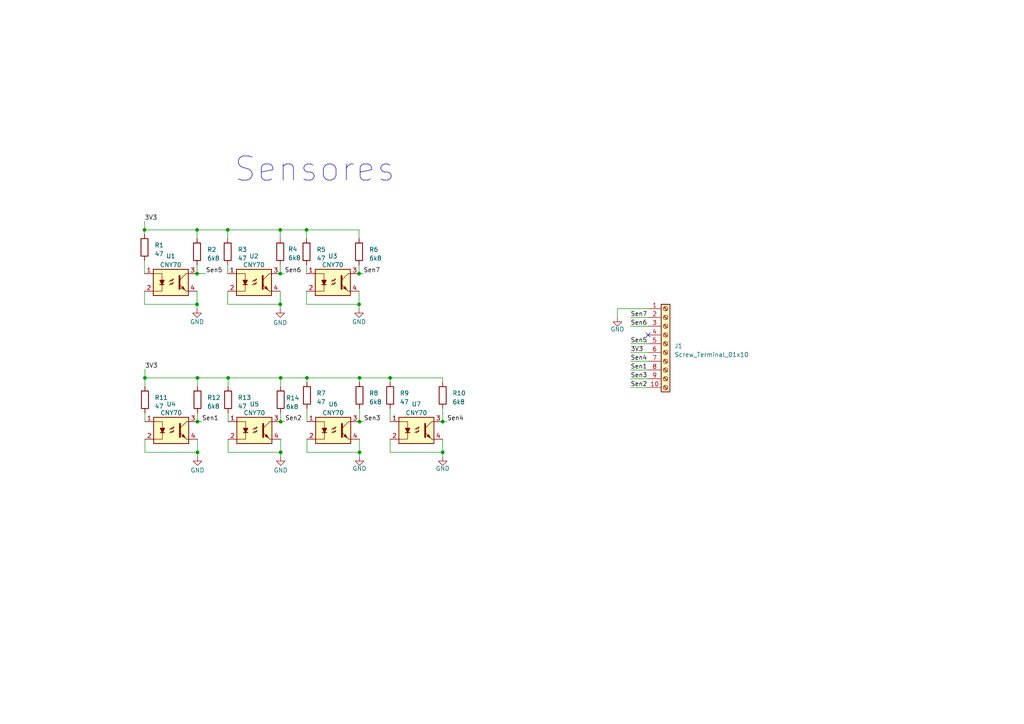
<source format=kicad_sch>
(kicad_sch (version 20230121) (generator eeschema)

  (uuid 9f08f3e6-06f8-4adb-b74f-177c4f40d602)

  (paper "A4")

  (lib_symbols
    (symbol "Connector:Screw_Terminal_01x10" (pin_names (offset 1.016) hide) (in_bom yes) (on_board yes)
      (property "Reference" "J" (at 0 12.7 0)
        (effects (font (size 1.27 1.27)))
      )
      (property "Value" "Screw_Terminal_01x10" (at 0 -15.24 0)
        (effects (font (size 1.27 1.27)))
      )
      (property "Footprint" "" (at 0 0 0)
        (effects (font (size 1.27 1.27)) hide)
      )
      (property "Datasheet" "~" (at 0 0 0)
        (effects (font (size 1.27 1.27)) hide)
      )
      (property "ki_keywords" "screw terminal" (at 0 0 0)
        (effects (font (size 1.27 1.27)) hide)
      )
      (property "ki_description" "Generic screw terminal, single row, 01x10, script generated (kicad-library-utils/schlib/autogen/connector/)" (at 0 0 0)
        (effects (font (size 1.27 1.27)) hide)
      )
      (property "ki_fp_filters" "TerminalBlock*:*" (at 0 0 0)
        (effects (font (size 1.27 1.27)) hide)
      )
      (symbol "Screw_Terminal_01x10_1_1"
        (rectangle (start -1.27 11.43) (end 1.27 -13.97)
          (stroke (width 0.254) (type default))
          (fill (type background))
        )
        (circle (center 0 -12.7) (radius 0.635)
          (stroke (width 0.1524) (type default))
          (fill (type none))
        )
        (circle (center 0 -10.16) (radius 0.635)
          (stroke (width 0.1524) (type default))
          (fill (type none))
        )
        (circle (center 0 -7.62) (radius 0.635)
          (stroke (width 0.1524) (type default))
          (fill (type none))
        )
        (circle (center 0 -5.08) (radius 0.635)
          (stroke (width 0.1524) (type default))
          (fill (type none))
        )
        (circle (center 0 -2.54) (radius 0.635)
          (stroke (width 0.1524) (type default))
          (fill (type none))
        )
        (polyline
          (pts
            (xy -0.5334 -12.3698)
            (xy 0.3302 -13.208)
          )
          (stroke (width 0.1524) (type default))
          (fill (type none))
        )
        (polyline
          (pts
            (xy -0.5334 -9.8298)
            (xy 0.3302 -10.668)
          )
          (stroke (width 0.1524) (type default))
          (fill (type none))
        )
        (polyline
          (pts
            (xy -0.5334 -7.2898)
            (xy 0.3302 -8.128)
          )
          (stroke (width 0.1524) (type default))
          (fill (type none))
        )
        (polyline
          (pts
            (xy -0.5334 -4.7498)
            (xy 0.3302 -5.588)
          )
          (stroke (width 0.1524) (type default))
          (fill (type none))
        )
        (polyline
          (pts
            (xy -0.5334 -2.2098)
            (xy 0.3302 -3.048)
          )
          (stroke (width 0.1524) (type default))
          (fill (type none))
        )
        (polyline
          (pts
            (xy -0.5334 0.3302)
            (xy 0.3302 -0.508)
          )
          (stroke (width 0.1524) (type default))
          (fill (type none))
        )
        (polyline
          (pts
            (xy -0.5334 2.8702)
            (xy 0.3302 2.032)
          )
          (stroke (width 0.1524) (type default))
          (fill (type none))
        )
        (polyline
          (pts
            (xy -0.5334 5.4102)
            (xy 0.3302 4.572)
          )
          (stroke (width 0.1524) (type default))
          (fill (type none))
        )
        (polyline
          (pts
            (xy -0.5334 7.9502)
            (xy 0.3302 7.112)
          )
          (stroke (width 0.1524) (type default))
          (fill (type none))
        )
        (polyline
          (pts
            (xy -0.5334 10.4902)
            (xy 0.3302 9.652)
          )
          (stroke (width 0.1524) (type default))
          (fill (type none))
        )
        (polyline
          (pts
            (xy -0.3556 -12.192)
            (xy 0.508 -13.0302)
          )
          (stroke (width 0.1524) (type default))
          (fill (type none))
        )
        (polyline
          (pts
            (xy -0.3556 -9.652)
            (xy 0.508 -10.4902)
          )
          (stroke (width 0.1524) (type default))
          (fill (type none))
        )
        (polyline
          (pts
            (xy -0.3556 -7.112)
            (xy 0.508 -7.9502)
          )
          (stroke (width 0.1524) (type default))
          (fill (type none))
        )
        (polyline
          (pts
            (xy -0.3556 -4.572)
            (xy 0.508 -5.4102)
          )
          (stroke (width 0.1524) (type default))
          (fill (type none))
        )
        (polyline
          (pts
            (xy -0.3556 -2.032)
            (xy 0.508 -2.8702)
          )
          (stroke (width 0.1524) (type default))
          (fill (type none))
        )
        (polyline
          (pts
            (xy -0.3556 0.508)
            (xy 0.508 -0.3302)
          )
          (stroke (width 0.1524) (type default))
          (fill (type none))
        )
        (polyline
          (pts
            (xy -0.3556 3.048)
            (xy 0.508 2.2098)
          )
          (stroke (width 0.1524) (type default))
          (fill (type none))
        )
        (polyline
          (pts
            (xy -0.3556 5.588)
            (xy 0.508 4.7498)
          )
          (stroke (width 0.1524) (type default))
          (fill (type none))
        )
        (polyline
          (pts
            (xy -0.3556 8.128)
            (xy 0.508 7.2898)
          )
          (stroke (width 0.1524) (type default))
          (fill (type none))
        )
        (polyline
          (pts
            (xy -0.3556 10.668)
            (xy 0.508 9.8298)
          )
          (stroke (width 0.1524) (type default))
          (fill (type none))
        )
        (circle (center 0 0) (radius 0.635)
          (stroke (width 0.1524) (type default))
          (fill (type none))
        )
        (circle (center 0 2.54) (radius 0.635)
          (stroke (width 0.1524) (type default))
          (fill (type none))
        )
        (circle (center 0 5.08) (radius 0.635)
          (stroke (width 0.1524) (type default))
          (fill (type none))
        )
        (circle (center 0 7.62) (radius 0.635)
          (stroke (width 0.1524) (type default))
          (fill (type none))
        )
        (circle (center 0 10.16) (radius 0.635)
          (stroke (width 0.1524) (type default))
          (fill (type none))
        )
        (pin passive line (at -5.08 10.16 0) (length 3.81)
          (name "Pin_1" (effects (font (size 1.27 1.27))))
          (number "1" (effects (font (size 1.27 1.27))))
        )
        (pin passive line (at -5.08 -12.7 0) (length 3.81)
          (name "Pin_10" (effects (font (size 1.27 1.27))))
          (number "10" (effects (font (size 1.27 1.27))))
        )
        (pin passive line (at -5.08 7.62 0) (length 3.81)
          (name "Pin_2" (effects (font (size 1.27 1.27))))
          (number "2" (effects (font (size 1.27 1.27))))
        )
        (pin passive line (at -5.08 5.08 0) (length 3.81)
          (name "Pin_3" (effects (font (size 1.27 1.27))))
          (number "3" (effects (font (size 1.27 1.27))))
        )
        (pin passive line (at -5.08 2.54 0) (length 3.81)
          (name "Pin_4" (effects (font (size 1.27 1.27))))
          (number "4" (effects (font (size 1.27 1.27))))
        )
        (pin passive line (at -5.08 0 0) (length 3.81)
          (name "Pin_5" (effects (font (size 1.27 1.27))))
          (number "5" (effects (font (size 1.27 1.27))))
        )
        (pin passive line (at -5.08 -2.54 0) (length 3.81)
          (name "Pin_6" (effects (font (size 1.27 1.27))))
          (number "6" (effects (font (size 1.27 1.27))))
        )
        (pin passive line (at -5.08 -5.08 0) (length 3.81)
          (name "Pin_7" (effects (font (size 1.27 1.27))))
          (number "7" (effects (font (size 1.27 1.27))))
        )
        (pin passive line (at -5.08 -7.62 0) (length 3.81)
          (name "Pin_8" (effects (font (size 1.27 1.27))))
          (number "8" (effects (font (size 1.27 1.27))))
        )
        (pin passive line (at -5.08 -10.16 0) (length 3.81)
          (name "Pin_9" (effects (font (size 1.27 1.27))))
          (number "9" (effects (font (size 1.27 1.27))))
        )
      )
    )
    (symbol "Device:R" (pin_numbers hide) (pin_names (offset 0)) (in_bom yes) (on_board yes)
      (property "Reference" "R" (at 2.032 0 90)
        (effects (font (size 1.27 1.27)))
      )
      (property "Value" "R" (at 0 0 90)
        (effects (font (size 1.27 1.27)))
      )
      (property "Footprint" "" (at -1.778 0 90)
        (effects (font (size 1.27 1.27)) hide)
      )
      (property "Datasheet" "~" (at 0 0 0)
        (effects (font (size 1.27 1.27)) hide)
      )
      (property "ki_keywords" "R res resistor" (at 0 0 0)
        (effects (font (size 1.27 1.27)) hide)
      )
      (property "ki_description" "Resistor" (at 0 0 0)
        (effects (font (size 1.27 1.27)) hide)
      )
      (property "ki_fp_filters" "R_*" (at 0 0 0)
        (effects (font (size 1.27 1.27)) hide)
      )
      (symbol "R_0_1"
        (rectangle (start -1.016 -2.54) (end 1.016 2.54)
          (stroke (width 0.254) (type default))
          (fill (type none))
        )
      )
      (symbol "R_1_1"
        (pin passive line (at 0 3.81 270) (length 1.27)
          (name "~" (effects (font (size 1.27 1.27))))
          (number "1" (effects (font (size 1.27 1.27))))
        )
        (pin passive line (at 0 -3.81 90) (length 1.27)
          (name "~" (effects (font (size 1.27 1.27))))
          (number "2" (effects (font (size 1.27 1.27))))
        )
      )
    )
    (symbol "EESTN5:CNY70" (pin_names (offset 1.016)) (in_bom yes) (on_board yes)
      (property "Reference" "U" (at -5.08 5.08 0)
        (effects (font (size 1.27 1.27)) (justify left))
      )
      (property "Value" "CNY70" (at 0 5.08 0)
        (effects (font (size 1.27 1.27)) (justify left))
      )
      (property "Footprint" "CNY70" (at -5.08 -5.08 0)
        (effects (font (size 1.27 1.27) italic) (justify left))
      )
      (property "Datasheet" "http://www.vishay.com/docs/83751/cny70.pdf" (at 0 0 0)
        (effects (font (size 1.27 1.27)) (justify left))
      )
      (property "ki_description" "DIP4, Refective Sensor" (at 0 0 0)
        (effects (font (size 1.27 1.27)) hide)
      )
      (property "ki_fp_filters" "CNY*" (at 0 0 0)
        (effects (font (size 1.27 1.27)) hide)
      )
      (symbol "CNY70_0_1"
        (rectangle (start -5.08 3.81) (end 5.08 -3.81)
          (stroke (width 0.254) (type solid))
          (fill (type background))
        )
        (polyline
          (pts
            (xy -3.175 -0.635)
            (xy -1.905 -0.635)
          )
          (stroke (width 0.254) (type solid))
          (fill (type none))
        )
        (polyline
          (pts
            (xy 2.54 0.635)
            (xy 4.445 2.54)
          )
          (stroke (width 0) (type solid))
          (fill (type none))
        )
        (polyline
          (pts
            (xy 4.445 -2.54)
            (xy 2.54 -0.635)
          )
          (stroke (width 0) (type solid))
          (fill (type outline))
        )
        (polyline
          (pts
            (xy 4.445 -2.54)
            (xy 5.08 -2.54)
          )
          (stroke (width 0) (type solid))
          (fill (type none))
        )
        (polyline
          (pts
            (xy 4.445 2.54)
            (xy 5.08 2.54)
          )
          (stroke (width 0) (type solid))
          (fill (type none))
        )
        (polyline
          (pts
            (xy -5.08 2.54)
            (xy -2.54 2.54)
            (xy -2.54 0.635)
          )
          (stroke (width 0) (type solid))
          (fill (type none))
        )
        (polyline
          (pts
            (xy -2.54 -0.635)
            (xy -2.54 -2.54)
            (xy -5.08 -2.54)
          )
          (stroke (width 0) (type solid))
          (fill (type none))
        )
        (polyline
          (pts
            (xy 2.54 1.905)
            (xy 2.54 -1.905)
            (xy 2.54 -1.905)
          )
          (stroke (width 0.508) (type solid))
          (fill (type none))
        )
        (polyline
          (pts
            (xy -2.54 -0.635)
            (xy -3.175 0.635)
            (xy -1.905 0.635)
            (xy -2.54 -0.635)
          )
          (stroke (width 0.254) (type solid))
          (fill (type outline))
        )
        (polyline
          (pts
            (xy -0.508 0.254)
            (xy 0.0254 0.762)
            (xy 0.0254 0.254)
            (xy 0.7874 1.016)
          )
          (stroke (width 0) (type solid))
          (fill (type none))
        )
        (polyline
          (pts
            (xy 0.7874 1.016)
            (xy 0.2794 0.762)
            (xy 0.5334 0.508)
            (xy 0.7874 1.016)
          )
          (stroke (width 0) (type solid))
          (fill (type none))
        )
        (polyline
          (pts
            (xy 3.048 -1.651)
            (xy 3.556 -1.143)
            (xy 4.064 -2.159)
            (xy 3.048 -1.651)
            (xy 3.048 -1.651)
          )
          (stroke (width 0) (type solid))
          (fill (type outline))
        )
        (polyline
          (pts
            (xy -0.508 -0.762)
            (xy 0.0254 -0.254)
            (xy 0.0254 -0.762)
            (xy 0.7874 0)
            (xy 0.2794 -0.254)
            (xy 0.5334 -0.508)
            (xy 0.7874 0)
          )
          (stroke (width 0) (type solid))
          (fill (type none))
        )
      )
      (symbol "CNY70_1_1"
        (pin passive line (at -7.62 2.54 0) (length 2.54)
          (name "~" (effects (font (size 1.27 1.27))))
          (number "1" (effects (font (size 1.27 1.27))))
        )
        (pin passive line (at -7.62 -2.54 0) (length 2.54)
          (name "~" (effects (font (size 1.27 1.27))))
          (number "2" (effects (font (size 1.27 1.27))))
        )
        (pin passive line (at 7.62 2.54 180) (length 2.54)
          (name "~" (effects (font (size 1.27 1.27))))
          (number "3" (effects (font (size 1.27 1.27))))
        )
        (pin passive line (at 7.62 -2.54 180) (length 2.54)
          (name "~" (effects (font (size 1.27 1.27))))
          (number "4" (effects (font (size 1.27 1.27))))
        )
      )
    )
    (symbol "GND_1" (power) (pin_names (offset 0)) (in_bom yes) (on_board yes)
      (property "Reference" "#PWR" (at 0 -6.35 0)
        (effects (font (size 1.27 1.27)) hide)
      )
      (property "Value" "GND_1" (at 0 -3.81 0)
        (effects (font (size 1.27 1.27)))
      )
      (property "Footprint" "" (at 0 0 0)
        (effects (font (size 1.27 1.27)) hide)
      )
      (property "Datasheet" "" (at 0 0 0)
        (effects (font (size 1.27 1.27)) hide)
      )
      (property "ki_keywords" "global power" (at 0 0 0)
        (effects (font (size 1.27 1.27)) hide)
      )
      (property "ki_description" "Power symbol creates a global label with name \"GND\" , ground" (at 0 0 0)
        (effects (font (size 1.27 1.27)) hide)
      )
      (symbol "GND_1_0_1"
        (polyline
          (pts
            (xy 0 0)
            (xy 0 -1.27)
            (xy 1.27 -1.27)
            (xy 0 -2.54)
            (xy -1.27 -1.27)
            (xy 0 -1.27)
          )
          (stroke (width 0) (type default))
          (fill (type none))
        )
      )
      (symbol "GND_1_1_1"
        (pin power_in line (at 0 0 270) (length 0) hide
          (name "GND" (effects (font (size 1.27 1.27))))
          (number "1" (effects (font (size 1.27 1.27))))
        )
      )
    )
  )

  (junction (at 81.407 109.601) (diameter 0) (color 0 0 0 0)
    (uuid 0a9d9d84-5b50-451c-9968-3558667f2079)
  )
  (junction (at 104.14 79.375) (diameter 0) (color 0 0 0 0)
    (uuid 0b9665c9-865a-4043-9fa9-938a6b6dcbcd)
  )
  (junction (at 104.267 109.601) (diameter 0) (color 0 0 0 0)
    (uuid 0b97cd94-b4e3-436a-a3fa-8b51a31210a6)
  )
  (junction (at 57.15 79.375) (diameter 0) (color 0 0 0 0)
    (uuid 0eb88876-5916-4721-8211-eaf36201900a)
  )
  (junction (at 81.28 79.375) (diameter 0) (color 0 0 0 0)
    (uuid 1325dcaa-10d6-4e68-b892-9d2e19a3e030)
  )
  (junction (at 113.157 109.601) (diameter 0) (color 0 0 0 0)
    (uuid 2291d2e5-4e64-4ffc-860d-5b194e2cb1fe)
  )
  (junction (at 57.15 88.265) (diameter 0) (color 0 0 0 0)
    (uuid 2e035d48-5173-4426-9455-0a33a192166f)
  )
  (junction (at 89.027 109.601) (diameter 0) (color 0 0 0 0)
    (uuid 33b2e12e-44eb-4ff6-b966-22bf7514686d)
  )
  (junction (at 81.407 122.301) (diameter 0) (color 0 0 0 0)
    (uuid 44678929-cd91-4394-a357-c88033b72de4)
  )
  (junction (at 128.397 131.191) (diameter 0) (color 0 0 0 0)
    (uuid 459b6dd4-581f-4fe5-8efb-0090e66ad54e)
  )
  (junction (at 66.167 109.601) (diameter 0) (color 0 0 0 0)
    (uuid 5423a8c5-f1b8-4b0a-87ce-03fa9cfce712)
  )
  (junction (at 81.407 131.191) (diameter 0) (color 0 0 0 0)
    (uuid 5478c668-22a3-4aa4-9c7f-b36781fd4fd4)
  )
  (junction (at 104.267 122.301) (diameter 0) (color 0 0 0 0)
    (uuid 62482192-68e4-446d-b9b6-dde38eed52ab)
  )
  (junction (at 66.04 66.675) (diameter 0) (color 0 0 0 0)
    (uuid 727c0fd4-59b2-4ea0-9f4d-703da689e3bc)
  )
  (junction (at 41.91 66.675) (diameter 0) (color 0 0 0 0)
    (uuid 7b22dfde-6b5e-4a88-92d9-7862271bc796)
  )
  (junction (at 104.14 88.265) (diameter 0) (color 0 0 0 0)
    (uuid 8d53a15d-6466-4561-993c-25cf538a34af)
  )
  (junction (at 81.28 88.265) (diameter 0) (color 0 0 0 0)
    (uuid 9071d8ff-b405-44f6-a222-48f35e4cdfbf)
  )
  (junction (at 128.397 122.301) (diameter 0) (color 0 0 0 0)
    (uuid a7443e0c-6827-47e6-93fe-f130dafbcafe)
  )
  (junction (at 81.28 66.675) (diameter 0) (color 0 0 0 0)
    (uuid a921c8db-0eed-47cf-bc1c-76370c4a0d77)
  )
  (junction (at 42.037 109.601) (diameter 0) (color 0 0 0 0)
    (uuid ac7a82aa-0bb6-4397-85bd-5c73bbe16d0f)
  )
  (junction (at 57.277 131.191) (diameter 0) (color 0 0 0 0)
    (uuid b5a79e4f-7c00-497e-b7ba-9b9bb4ba3080)
  )
  (junction (at 57.277 109.601) (diameter 0) (color 0 0 0 0)
    (uuid b763c551-a70b-4ccb-a77c-43827ebaa6a7)
  )
  (junction (at 57.277 122.301) (diameter 0) (color 0 0 0 0)
    (uuid bb9c87db-81b5-404e-9183-4cdddf38c159)
  )
  (junction (at 88.9 66.675) (diameter 0) (color 0 0 0 0)
    (uuid cc15aa0b-f44a-4ed9-9dd9-5353bbcb1fd7)
  )
  (junction (at 104.267 131.191) (diameter 0) (color 0 0 0 0)
    (uuid dee99321-c935-4ab8-93f5-d1bbd7e5a399)
  )
  (junction (at 57.15 66.675) (diameter 0) (color 0 0 0 0)
    (uuid ee4a57e3-6476-40d7-a88d-b3c97719ad39)
  )

  (no_connect (at 187.96 97.155) (uuid 25ed97e4-cd5a-4a3d-81a0-dde4bff80423))

  (wire (pts (xy 88.9 66.675) (xy 104.14 66.675))
    (stroke (width 0) (type default))
    (uuid 06acdc12-e31b-41f7-80f2-b9502fb32ba2)
  )
  (wire (pts (xy 89.027 109.601) (xy 89.027 110.871))
    (stroke (width 0) (type default))
    (uuid 0a13c8a4-9205-4411-822e-94dc4ea9035b)
  )
  (wire (pts (xy 81.28 66.675) (xy 88.9 66.675))
    (stroke (width 0) (type default))
    (uuid 0f3f86e0-1430-409c-86c8-3acb3dbf7505)
  )
  (wire (pts (xy 57.15 66.675) (xy 66.04 66.675))
    (stroke (width 0) (type default))
    (uuid 121d276d-686d-4bce-9451-ff16b280c948)
  )
  (wire (pts (xy 42.037 131.191) (xy 57.277 131.191))
    (stroke (width 0) (type default))
    (uuid 1552d608-7815-4357-82e2-c7adca4a8df0)
  )
  (wire (pts (xy 182.88 92.075) (xy 187.96 92.075))
    (stroke (width 0) (type default))
    (uuid 15bec5da-7152-44ab-a6b6-293e1c09aac7)
  )
  (wire (pts (xy 57.277 131.191) (xy 57.277 132.461))
    (stroke (width 0) (type default))
    (uuid 19de5f68-7305-4d6a-8ddc-1a418f463c79)
  )
  (wire (pts (xy 113.157 109.601) (xy 128.397 109.601))
    (stroke (width 0) (type default))
    (uuid 1e222a05-cc64-4666-9863-e8d9c6fc1be7)
  )
  (wire (pts (xy 66.167 119.761) (xy 66.167 122.301))
    (stroke (width 0) (type default))
    (uuid 2004dd55-aae1-476d-a15d-4645f4c3c1bd)
  )
  (wire (pts (xy 104.267 131.191) (xy 104.267 132.461))
    (stroke (width 0) (type default))
    (uuid 252448a0-1b2b-4dc0-a4a4-de207e0e083a)
  )
  (wire (pts (xy 89.027 131.191) (xy 104.267 131.191))
    (stroke (width 0) (type default))
    (uuid 27f28c27-7a6c-415e-a053-043ca357b2fa)
  )
  (wire (pts (xy 179.07 89.535) (xy 187.96 89.535))
    (stroke (width 0) (type default))
    (uuid 2c19b668-659a-4c26-b8b6-6271dbaaf7f3)
  )
  (wire (pts (xy 104.14 79.375) (xy 105.41 79.375))
    (stroke (width 0) (type default))
    (uuid 2ca5f276-41dc-4ba5-ac66-4a1662bc2bd8)
  )
  (wire (pts (xy 57.277 112.141) (xy 57.277 109.601))
    (stroke (width 0) (type default))
    (uuid 35b1c6cc-2d2f-44cf-aa11-25baf9d626d0)
  )
  (wire (pts (xy 128.397 122.301) (xy 129.667 122.301))
    (stroke (width 0) (type default))
    (uuid 397d68f2-31c2-4aad-b834-02dd862ae424)
  )
  (wire (pts (xy 182.88 104.775) (xy 187.96 104.775))
    (stroke (width 0) (type default))
    (uuid 3ad99e7d-90b4-4ad8-be04-8c5e1c4536c4)
  )
  (wire (pts (xy 42.037 109.601) (xy 42.037 112.141))
    (stroke (width 0) (type default))
    (uuid 3fa26144-acbb-4c8a-9cd0-e5d42830e978)
  )
  (wire (pts (xy 81.28 76.835) (xy 81.28 79.375))
    (stroke (width 0) (type default))
    (uuid 40af7ee1-13d3-4443-8af6-8cc0f653ad42)
  )
  (wire (pts (xy 128.397 110.871) (xy 128.397 109.601))
    (stroke (width 0) (type default))
    (uuid 475f2a04-1991-45e1-a84e-e86f334af3c5)
  )
  (wire (pts (xy 182.88 102.235) (xy 187.96 102.235))
    (stroke (width 0) (type default))
    (uuid 4bc1e140-b907-4166-941d-95fb528ee940)
  )
  (wire (pts (xy 104.14 88.265) (xy 104.14 89.535))
    (stroke (width 0) (type default))
    (uuid 4eea66c3-3038-4600-b5ae-7daa80489c92)
  )
  (wire (pts (xy 57.15 79.375) (xy 59.69 79.375))
    (stroke (width 0) (type default))
    (uuid 50e141ce-e92a-42dc-9d73-cfa824d1f80c)
  )
  (wire (pts (xy 41.91 64.135) (xy 41.91 66.675))
    (stroke (width 0) (type default))
    (uuid 511bd5d7-56e1-446e-96a4-97605387a090)
  )
  (wire (pts (xy 89.027 118.491) (xy 89.027 122.301))
    (stroke (width 0) (type default))
    (uuid 542acb12-3ee1-476b-b4ed-95e942018d03)
  )
  (wire (pts (xy 66.167 127.381) (xy 66.167 131.191))
    (stroke (width 0) (type default))
    (uuid 558e33db-0da7-4d5a-bcbe-af615fd06931)
  )
  (wire (pts (xy 182.88 99.695) (xy 187.96 99.695))
    (stroke (width 0) (type default))
    (uuid 5a4878e9-ec07-4a5e-aea7-d0c30c4e3b4a)
  )
  (wire (pts (xy 81.407 119.761) (xy 81.407 122.301))
    (stroke (width 0) (type default))
    (uuid 5c4ad83e-4892-4e3e-9034-d5ef99c13ad0)
  )
  (wire (pts (xy 41.91 67.945) (xy 41.91 66.675))
    (stroke (width 0) (type default))
    (uuid 5fe41a21-faa2-4d5b-8005-3228dbf8ae6e)
  )
  (wire (pts (xy 42.037 107.061) (xy 42.037 109.601))
    (stroke (width 0) (type default))
    (uuid 637ea701-6499-44f1-be1b-da49e725ed65)
  )
  (wire (pts (xy 41.91 84.455) (xy 41.91 88.265))
    (stroke (width 0) (type default))
    (uuid 649f9d46-ee4c-4c05-a213-3f6d6a64b953)
  )
  (wire (pts (xy 81.407 109.601) (xy 89.027 109.601))
    (stroke (width 0) (type default))
    (uuid 64efa1db-2492-492b-ada4-3ccfc8e21723)
  )
  (wire (pts (xy 81.407 112.141) (xy 81.407 109.601))
    (stroke (width 0) (type default))
    (uuid 6b451988-7eff-481c-9e0f-7420c222429a)
  )
  (wire (pts (xy 182.88 94.615) (xy 187.96 94.615))
    (stroke (width 0) (type default))
    (uuid 71d8ffc1-6f85-4696-9d1c-a5d9456eee4c)
  )
  (wire (pts (xy 66.04 66.675) (xy 81.28 66.675))
    (stroke (width 0) (type default))
    (uuid 72061981-dc7a-4c13-a59d-ec6aec89a091)
  )
  (wire (pts (xy 104.14 69.215) (xy 104.14 66.675))
    (stroke (width 0) (type default))
    (uuid 7223b6fe-e6d1-4842-a554-bcd6918b0a4b)
  )
  (wire (pts (xy 182.88 107.315) (xy 187.96 107.315))
    (stroke (width 0) (type default))
    (uuid 76b76827-3f96-4cdb-8452-c25c19ea6fb0)
  )
  (wire (pts (xy 81.407 131.191) (xy 81.407 132.461))
    (stroke (width 0) (type default))
    (uuid 797ab1f8-918d-4e46-884f-b3292252a5d7)
  )
  (wire (pts (xy 57.277 127.381) (xy 57.277 131.191))
    (stroke (width 0) (type default))
    (uuid 7a6198a2-1c87-43ea-baf7-0ec5b90e1b9e)
  )
  (wire (pts (xy 57.277 119.761) (xy 57.277 122.301))
    (stroke (width 0) (type default))
    (uuid 80179336-903f-4bcf-a8c4-646bd2245008)
  )
  (wire (pts (xy 66.167 131.191) (xy 81.407 131.191))
    (stroke (width 0) (type default))
    (uuid 80568de1-4193-46b1-be2d-dafe1128d0aa)
  )
  (wire (pts (xy 104.267 110.871) (xy 104.267 109.601))
    (stroke (width 0) (type default))
    (uuid 83fb7846-dc1b-4421-94f2-236e27396f14)
  )
  (wire (pts (xy 104.267 118.491) (xy 104.267 122.301))
    (stroke (width 0) (type default))
    (uuid 8d040283-f9a2-4e5f-b498-2bcd51855f60)
  )
  (wire (pts (xy 66.167 109.601) (xy 81.407 109.601))
    (stroke (width 0) (type default))
    (uuid 93dd1f1f-ed3d-4e83-b392-8cf79e90f65f)
  )
  (wire (pts (xy 81.28 84.455) (xy 81.28 88.265))
    (stroke (width 0) (type default))
    (uuid 95853079-5b5c-469a-b831-6f4b549f7138)
  )
  (wire (pts (xy 88.9 88.265) (xy 104.14 88.265))
    (stroke (width 0) (type default))
    (uuid 97bb1a80-78cd-4d50-be6b-1104c09e387b)
  )
  (wire (pts (xy 41.91 75.565) (xy 41.91 79.375))
    (stroke (width 0) (type default))
    (uuid 9d17f8d2-492b-4aaf-8d9f-31d211667dcc)
  )
  (wire (pts (xy 104.14 76.835) (xy 104.14 79.375))
    (stroke (width 0) (type default))
    (uuid 9db6397f-a555-47ba-93fe-af6afc10439b)
  )
  (wire (pts (xy 81.28 69.215) (xy 81.28 66.675))
    (stroke (width 0) (type default))
    (uuid 9dce18f8-042f-47e7-b86d-66970d2f3720)
  )
  (wire (pts (xy 128.397 127.381) (xy 128.397 131.191))
    (stroke (width 0) (type default))
    (uuid 9ebb12e9-7c11-47bd-95ef-a5f93ee4e812)
  )
  (wire (pts (xy 88.9 66.675) (xy 88.9 69.215))
    (stroke (width 0) (type default))
    (uuid a3528ad6-d17f-4dc5-ad6a-1d519b32b15c)
  )
  (wire (pts (xy 113.157 131.191) (xy 128.397 131.191))
    (stroke (width 0) (type default))
    (uuid a3800954-b9bc-4ce8-893b-76e172a71f27)
  )
  (wire (pts (xy 41.91 66.675) (xy 57.15 66.675))
    (stroke (width 0) (type default))
    (uuid abef10be-3962-4aba-91b7-8fc859455707)
  )
  (wire (pts (xy 57.277 122.301) (xy 58.547 122.301))
    (stroke (width 0) (type default))
    (uuid ac4bebb5-f65d-4a18-ae68-0ed52f983ee8)
  )
  (wire (pts (xy 128.397 118.491) (xy 128.397 122.301))
    (stroke (width 0) (type default))
    (uuid b03bacdb-4d4d-431d-b443-d1b7ca25181d)
  )
  (wire (pts (xy 182.88 112.395) (xy 187.96 112.395))
    (stroke (width 0) (type default))
    (uuid b0e6fc1f-269e-4757-ac20-eaa6bf22f6f2)
  )
  (wire (pts (xy 104.267 109.601) (xy 113.157 109.601))
    (stroke (width 0) (type default))
    (uuid b203ead5-a490-4fc9-9f01-201f6ba84c3b)
  )
  (wire (pts (xy 81.28 88.265) (xy 81.28 89.535))
    (stroke (width 0) (type default))
    (uuid b44843cf-2249-4e95-8553-4980f068cefd)
  )
  (wire (pts (xy 57.15 76.835) (xy 57.15 79.375))
    (stroke (width 0) (type default))
    (uuid b638889d-8230-4ce3-8cea-6db48b5cedff)
  )
  (wire (pts (xy 57.277 109.601) (xy 66.167 109.601))
    (stroke (width 0) (type default))
    (uuid b6539ecb-0d23-4309-b6ab-fa5538264abe)
  )
  (wire (pts (xy 81.407 127.381) (xy 81.407 131.191))
    (stroke (width 0) (type default))
    (uuid bbc28bab-88db-4720-beae-ef69c83c5d65)
  )
  (wire (pts (xy 113.157 127.381) (xy 113.157 131.191))
    (stroke (width 0) (type default))
    (uuid bc3b495d-3360-4648-82f4-7be0cb08a7ff)
  )
  (wire (pts (xy 66.167 109.601) (xy 66.167 112.141))
    (stroke (width 0) (type default))
    (uuid bf578498-c868-4445-9a55-fb7bdbdd7734)
  )
  (wire (pts (xy 57.15 88.265) (xy 57.15 89.535))
    (stroke (width 0) (type default))
    (uuid c447c624-a071-423a-90d9-089c957558e6)
  )
  (wire (pts (xy 57.277 109.601) (xy 42.037 109.601))
    (stroke (width 0) (type default))
    (uuid c5049b13-df37-4798-ad85-eca57d1f91bc)
  )
  (wire (pts (xy 88.9 84.455) (xy 88.9 88.265))
    (stroke (width 0) (type default))
    (uuid c5777469-20fa-40b5-bed6-e56318fea76d)
  )
  (wire (pts (xy 66.04 76.835) (xy 66.04 79.375))
    (stroke (width 0) (type default))
    (uuid c6c18ca4-f61c-4e5c-aa89-fa06ab397ddd)
  )
  (wire (pts (xy 42.037 127.381) (xy 42.037 131.191))
    (stroke (width 0) (type default))
    (uuid c73edd7c-97e5-4259-b704-a0e47bb7e14c)
  )
  (wire (pts (xy 182.88 109.855) (xy 187.96 109.855))
    (stroke (width 0) (type default))
    (uuid cbb4eb5e-40db-4026-95ad-baf6b6c57ded)
  )
  (wire (pts (xy 66.04 66.675) (xy 66.04 69.215))
    (stroke (width 0) (type default))
    (uuid ce5904f4-3c46-4cb2-ae92-f0183574d10e)
  )
  (wire (pts (xy 81.407 122.301) (xy 82.677 122.301))
    (stroke (width 0) (type default))
    (uuid ced9e220-9eb7-4434-abfa-9cd59c98f884)
  )
  (wire (pts (xy 42.037 119.761) (xy 42.037 122.301))
    (stroke (width 0) (type default))
    (uuid d7cfd9b3-70c9-4439-8057-79445437f447)
  )
  (wire (pts (xy 89.027 127.381) (xy 89.027 131.191))
    (stroke (width 0) (type default))
    (uuid dd024b57-989c-4a57-b517-c3f80533c400)
  )
  (wire (pts (xy 41.91 88.265) (xy 57.15 88.265))
    (stroke (width 0) (type default))
    (uuid dd7666ce-f4e0-45da-8ba8-62be176f6edc)
  )
  (wire (pts (xy 104.14 84.455) (xy 104.14 88.265))
    (stroke (width 0) (type default))
    (uuid e1d3fc27-4aaa-4666-a5c4-17c10d3cdfca)
  )
  (wire (pts (xy 81.28 79.375) (xy 82.55 79.375))
    (stroke (width 0) (type default))
    (uuid e2b7339e-aedf-4105-9a1e-0e8fedc1189a)
  )
  (wire (pts (xy 88.9 76.835) (xy 88.9 79.375))
    (stroke (width 0) (type default))
    (uuid e501a562-e9ef-404d-9bbe-314044c32252)
  )
  (wire (pts (xy 57.15 84.455) (xy 57.15 88.265))
    (stroke (width 0) (type default))
    (uuid e55f1a7d-4035-4f83-86ee-6bcf1001b949)
  )
  (wire (pts (xy 128.397 131.191) (xy 128.397 132.461))
    (stroke (width 0) (type default))
    (uuid e5d93a51-636e-4200-bb1b-2b6fc935a5ac)
  )
  (wire (pts (xy 89.027 109.601) (xy 104.267 109.601))
    (stroke (width 0) (type default))
    (uuid e91f16f8-3ea6-4f60-91dc-f9eef516f916)
  )
  (wire (pts (xy 66.04 84.455) (xy 66.04 88.265))
    (stroke (width 0) (type default))
    (uuid eabd1213-f6ce-4f62-b88b-55348ce10ff0)
  )
  (wire (pts (xy 113.157 109.601) (xy 113.157 110.871))
    (stroke (width 0) (type default))
    (uuid ead37667-aef6-4128-b5e6-064188180360)
  )
  (wire (pts (xy 104.267 122.301) (xy 105.537 122.301))
    (stroke (width 0) (type default))
    (uuid ebde2654-c225-43f0-91ac-0d1a4dcdffcd)
  )
  (wire (pts (xy 104.267 127.381) (xy 104.267 131.191))
    (stroke (width 0) (type default))
    (uuid ec63f226-506e-4009-ba3c-7c3de928c72f)
  )
  (wire (pts (xy 57.15 69.215) (xy 57.15 66.675))
    (stroke (width 0) (type default))
    (uuid ee1586b9-8803-4992-a724-e3bd434c806e)
  )
  (wire (pts (xy 113.157 118.491) (xy 113.157 122.301))
    (stroke (width 0) (type default))
    (uuid f19d5beb-680d-411e-8145-77ab45dceb95)
  )
  (wire (pts (xy 66.04 88.265) (xy 81.28 88.265))
    (stroke (width 0) (type default))
    (uuid f340013d-7962-4265-a196-cb83c037cbf3)
  )
  (wire (pts (xy 179.07 92.075) (xy 179.07 89.535))
    (stroke (width 0) (type default))
    (uuid fac89d0a-01db-46aa-a2a8-acf476b7fa0a)
  )

  (text "Sensores\n" (at 67.691 53.34 0)
    (effects (font (size 7 7)) (justify left bottom))
    (uuid a3f240e2-a3e0-462f-b612-7269798ece5c)
  )

  (label "Sen2" (at 82.677 122.301 0) (fields_autoplaced)
    (effects (font (size 1.27 1.27)) (justify left bottom))
    (uuid 0b0a5a2c-f426-42ed-98b5-c785758920b2)
  )
  (label "Sen1" (at 182.88 107.315 0) (fields_autoplaced)
    (effects (font (size 1.27 1.27)) (justify left bottom))
    (uuid 0cc6d14d-ab70-47db-bf16-9594aaaa696b)
  )
  (label "Sen6" (at 182.88 94.615 0) (fields_autoplaced)
    (effects (font (size 1.27 1.27)) (justify left bottom))
    (uuid 15204acc-fa44-4904-8db5-dca6ce1cb8ac)
  )
  (label "Sen3" (at 182.88 109.855 0) (fields_autoplaced)
    (effects (font (size 1.27 1.27)) (justify left bottom))
    (uuid 18b22733-560b-480c-8da9-627377b55d20)
  )
  (label "Sen7" (at 105.41 79.375 0) (fields_autoplaced)
    (effects (font (size 1.27 1.27)) (justify left bottom))
    (uuid 429e7674-7b70-4e9a-bab5-39be8a300367)
  )
  (label "Sen7" (at 182.88 92.075 0) (fields_autoplaced)
    (effects (font (size 1.27 1.27)) (justify left bottom))
    (uuid 42cfdbb2-ee54-41c6-a791-da36fba11a07)
  )
  (label "Sen2" (at 182.88 112.395 0) (fields_autoplaced)
    (effects (font (size 1.27 1.27)) (justify left bottom))
    (uuid 4f7514ad-4159-4cda-9f30-f2a0afdd83e0)
  )
  (label "3V3" (at 41.91 64.135 0) (fields_autoplaced)
    (effects (font (size 1.27 1.27)) (justify left bottom))
    (uuid 56d37a08-81ca-41d2-84d9-74c7250c9847)
  )
  (label "3V3" (at 42.037 107.061 0) (fields_autoplaced)
    (effects (font (size 1.27 1.27)) (justify left bottom))
    (uuid 63caed5d-4de9-43f1-a5cd-e85d2c8941f5)
  )
  (label "3V3" (at 182.88 102.235 0) (fields_autoplaced)
    (effects (font (size 1.27 1.27)) (justify left bottom))
    (uuid b398cb60-0075-4312-b46e-61eb5b1ca5f4)
  )
  (label "Sen6" (at 82.55 79.375 0) (fields_autoplaced)
    (effects (font (size 1.27 1.27)) (justify left bottom))
    (uuid b6d0fcf2-39b5-4f1a-971e-cd2609f8dfb6)
  )
  (label "Sen4" (at 129.667 122.301 0) (fields_autoplaced)
    (effects (font (size 1.27 1.27)) (justify left bottom))
    (uuid c0f0f0ea-e95b-4c89-8714-228f7dc69fe0)
  )
  (label "Sen4" (at 182.88 104.775 0) (fields_autoplaced)
    (effects (font (size 1.27 1.27)) (justify left bottom))
    (uuid c6a80d01-cecd-480b-be7a-7ffa6b398506)
  )
  (label "Sen5" (at 182.88 99.695 0) (fields_autoplaced)
    (effects (font (size 1.27 1.27)) (justify left bottom))
    (uuid d6f61b8b-f8df-42f8-b1f6-b47abbcca840)
  )
  (label "Sen5" (at 59.69 79.375 0) (fields_autoplaced)
    (effects (font (size 1.27 1.27)) (justify left bottom))
    (uuid da217a61-9077-4e92-af89-0caf075fed3b)
  )
  (label "Sen1" (at 58.547 122.301 0) (fields_autoplaced)
    (effects (font (size 1.27 1.27)) (justify left bottom))
    (uuid e2073a15-773a-4374-8c6c-c0442e42e91a)
  )
  (label "Sen3" (at 105.537 122.301 0) (fields_autoplaced)
    (effects (font (size 1.27 1.27)) (justify left bottom))
    (uuid f00a92a2-f305-4125-860f-d07ead94ee99)
  )

  (symbol (lib_id "Device:R") (at 66.167 115.951 0) (unit 1)
    (in_bom yes) (on_board yes) (dnp no) (fields_autoplaced)
    (uuid 0bb5533f-649e-4066-a622-0ca7b1a6d772)
    (property "Reference" "R13" (at 68.961 115.316 0)
      (effects (font (size 1.27 1.27)) (justify left))
    )
    (property "Value" "47" (at 68.961 117.856 0)
      (effects (font (size 1.27 1.27)) (justify left))
    )
    (property "Footprint" "Resistor_SMD:R_1206_3216Metric" (at 64.389 115.951 90)
      (effects (font (size 1.27 1.27)) hide)
    )
    (property "Datasheet" "~" (at 66.167 115.951 0)
      (effects (font (size 1.27 1.27)) hide)
    )
    (pin "1" (uuid 310447cc-dc27-4ddc-aa56-c8face126fed))
    (pin "2" (uuid 4a40fcf2-139b-4c6b-a28a-0a6948fb91cd))
    (instances
      (project "Perifericos Sensores"
        (path "/9f08f3e6-06f8-4adb-b74f-177c4f40d602"
          (reference "R13") (unit 1)
        )
      )
      (project "Repocitor Automático VersionBustos"
        (path "/f217eb62-adef-43a4-b95a-eff98cfca21c"
          (reference "R17") (unit 1)
        )
      )
    )
  )

  (symbol (lib_id "EESTN5:CNY70") (at 96.52 81.915 0) (unit 1)
    (in_bom yes) (on_board yes) (dnp no)
    (uuid 117cf3fe-592b-49f7-8798-09d6931b015e)
    (property "Reference" "U3" (at 96.52 74.295 0)
      (effects (font (size 1.27 1.27)))
    )
    (property "Value" "CNY70" (at 96.52 76.835 0)
      (effects (font (size 1.27 1.27)))
    )
    (property "Footprint" "EESTN5:CNY70" (at 96.52 74.295 0)
      (effects (font (size 1.27 1.27) italic) hide)
    )
    (property "Datasheet" "http://www.vishay.com/docs/83751/cny70.pdf" (at 96.52 76.835 0)
      (effects (font (size 1.27 1.27)) hide)
    )
    (pin "1" (uuid 43ee4238-8331-4be5-b16f-724e52daaefc))
    (pin "2" (uuid edbab355-a6d7-49e0-aa1b-21504bb368be))
    (pin "3" (uuid 954eb219-38e5-46cd-813a-e51755e99efc))
    (pin "4" (uuid 193cc57e-f7df-4f99-ad71-b48af0b78bee))
    (instances
      (project "Perifericos Sensores"
        (path "/9f08f3e6-06f8-4adb-b74f-177c4f40d602"
          (reference "U3") (unit 1)
        )
      )
      (project "Repocitor Automático VersionBustos"
        (path "/f217eb62-adef-43a4-b95a-eff98cfca21c"
          (reference "U9") (unit 1)
        )
      )
    )
  )

  (symbol (lib_id "EESTN5:CNY70") (at 73.787 124.841 0) (unit 1)
    (in_bom yes) (on_board yes) (dnp no)
    (uuid 127af375-f952-49e3-b61b-e5bfe7bd96f8)
    (property "Reference" "U5" (at 73.787 117.221 0)
      (effects (font (size 1.27 1.27)))
    )
    (property "Value" "CNY70" (at 73.787 119.761 0)
      (effects (font (size 1.27 1.27)))
    )
    (property "Footprint" "EESTN5:CNY70" (at 73.787 117.221 0)
      (effects (font (size 1.27 1.27) italic) hide)
    )
    (property "Datasheet" "http://www.vishay.com/docs/83751/cny70.pdf" (at 73.787 119.761 0)
      (effects (font (size 1.27 1.27)) hide)
    )
    (pin "1" (uuid 10d4ea34-0374-448c-a512-907db5cc441b))
    (pin "2" (uuid c710c8ea-f83c-490e-b920-386be70cbbe7))
    (pin "3" (uuid 3f841941-4d27-4204-a0b2-7319f3d6c883))
    (pin "4" (uuid cb9f44c2-8db0-43c4-8280-5487cbaead9f))
    (instances
      (project "Perifericos Sensores"
        (path "/9f08f3e6-06f8-4adb-b74f-177c4f40d602"
          (reference "U5") (unit 1)
        )
      )
      (project "Repocitor Automático VersionBustos"
        (path "/f217eb62-adef-43a4-b95a-eff98cfca21c"
          (reference "U11") (unit 1)
        )
      )
    )
  )

  (symbol (lib_id "EESTN5:CNY70") (at 73.66 81.915 0) (unit 1)
    (in_bom yes) (on_board yes) (dnp no)
    (uuid 230c10bc-2ef6-48d2-aab2-8c584e0b559e)
    (property "Reference" "U2" (at 73.66 74.295 0)
      (effects (font (size 1.27 1.27)))
    )
    (property "Value" "CNY70" (at 73.66 76.835 0)
      (effects (font (size 1.27 1.27)))
    )
    (property "Footprint" "EESTN5:CNY70" (at 73.66 74.295 0)
      (effects (font (size 1.27 1.27) italic) hide)
    )
    (property "Datasheet" "http://www.vishay.com/docs/83751/cny70.pdf" (at 73.66 76.835 0)
      (effects (font (size 1.27 1.27)) hide)
    )
    (pin "1" (uuid 04d015ec-372f-4487-a2d4-eabd92a49e6e))
    (pin "2" (uuid 079a1132-7680-4196-9ff0-4ab55953a5a7))
    (pin "3" (uuid 9fd28ecc-7e62-421e-acf5-871c27d51095))
    (pin "4" (uuid b0dd89ec-e26c-4f1c-b6ed-d45e59688846))
    (instances
      (project "Perifericos Sensores"
        (path "/9f08f3e6-06f8-4adb-b74f-177c4f40d602"
          (reference "U2") (unit 1)
        )
      )
      (project "Repocitor Automático VersionBustos"
        (path "/f217eb62-adef-43a4-b95a-eff98cfca21c"
          (reference "U8") (unit 1)
        )
      )
    )
  )

  (symbol (lib_id "Device:R") (at 81.407 115.951 0) (unit 1)
    (in_bom yes) (on_board yes) (dnp no)
    (uuid 2fcb6e58-83fd-4c2b-bdb9-164016a2eb4d)
    (property "Reference" "R14" (at 82.931 115.443 0)
      (effects (font (size 1.27 1.27)) (justify left))
    )
    (property "Value" "6k8" (at 82.931 117.983 0)
      (effects (font (size 1.27 1.27)) (justify left))
    )
    (property "Footprint" "Resistor_SMD:R_1206_3216Metric" (at 79.629 115.951 90)
      (effects (font (size 1.27 1.27)) hide)
    )
    (property "Datasheet" "~" (at 81.407 115.951 0)
      (effects (font (size 1.27 1.27)) hide)
    )
    (pin "1" (uuid d91d5f96-081d-4244-80b4-b1ee6c3a454f))
    (pin "2" (uuid 2972fc36-7cbb-4a18-8bf3-30ce6ee5e55d))
    (instances
      (project "Perifericos Sensores"
        (path "/9f08f3e6-06f8-4adb-b74f-177c4f40d602"
          (reference "R14") (unit 1)
        )
      )
      (project "Repocitor Automático VersionBustos"
        (path "/f217eb62-adef-43a4-b95a-eff98cfca21c"
          (reference "R18") (unit 1)
        )
      )
    )
  )

  (symbol (lib_name "GND_1") (lib_id "power:GND") (at 104.14 89.535 0) (unit 1)
    (in_bom yes) (on_board yes) (dnp no)
    (uuid 315ead52-aa82-4133-9b04-b3608c845e11)
    (property "Reference" "#PWR03" (at 104.14 95.885 0)
      (effects (font (size 1.27 1.27)) hide)
    )
    (property "Value" "GND" (at 104.14 93.345 0)
      (effects (font (size 1.27 1.27)))
    )
    (property "Footprint" "" (at 104.14 89.535 0)
      (effects (font (size 1.27 1.27)) hide)
    )
    (property "Datasheet" "" (at 104.14 89.535 0)
      (effects (font (size 1.27 1.27)) hide)
    )
    (pin "1" (uuid 98cf0f5c-4621-4c92-87e1-38f57add7ae3))
    (instances
      (project "Perifericos Sensores"
        (path "/9f08f3e6-06f8-4adb-b74f-177c4f40d602"
          (reference "#PWR03") (unit 1)
        )
      )
      (project "Repocitor Automático VersionBustos"
        (path "/f217eb62-adef-43a4-b95a-eff98cfca21c"
          (reference "#PWR019") (unit 1)
        )
      )
    )
  )

  (symbol (lib_id "Device:R") (at 89.027 114.681 0) (unit 1)
    (in_bom yes) (on_board yes) (dnp no) (fields_autoplaced)
    (uuid 3dc4b229-1f33-4408-a44e-c762fcbb8324)
    (property "Reference" "R7" (at 91.821 114.046 0)
      (effects (font (size 1.27 1.27)) (justify left))
    )
    (property "Value" "47" (at 91.821 116.586 0)
      (effects (font (size 1.27 1.27)) (justify left))
    )
    (property "Footprint" "Resistor_SMD:R_1206_3216Metric" (at 87.249 114.681 90)
      (effects (font (size 1.27 1.27)) hide)
    )
    (property "Datasheet" "~" (at 89.027 114.681 0)
      (effects (font (size 1.27 1.27)) hide)
    )
    (pin "1" (uuid febf493e-8a26-47ba-8d49-558152f0a5e9))
    (pin "2" (uuid c53c06c2-0bac-4ba3-9b62-0164c1540f85))
    (instances
      (project "Perifericos Sensores"
        (path "/9f08f3e6-06f8-4adb-b74f-177c4f40d602"
          (reference "R7") (unit 1)
        )
      )
      (project "Repocitor Automático VersionBustos"
        (path "/f217eb62-adef-43a4-b95a-eff98cfca21c"
          (reference "R5") (unit 1)
        )
      )
    )
  )

  (symbol (lib_id "Device:R") (at 104.14 73.025 0) (unit 1)
    (in_bom yes) (on_board yes) (dnp no) (fields_autoplaced)
    (uuid 410dfa90-e04b-4326-9eac-65064eac5d46)
    (property "Reference" "R6" (at 107.061 72.39 0)
      (effects (font (size 1.27 1.27)) (justify left))
    )
    (property "Value" "6k8" (at 107.061 74.93 0)
      (effects (font (size 1.27 1.27)) (justify left))
    )
    (property "Footprint" "Resistor_SMD:R_1206_3216Metric" (at 102.362 73.025 90)
      (effects (font (size 1.27 1.27)) hide)
    )
    (property "Datasheet" "~" (at 104.14 73.025 0)
      (effects (font (size 1.27 1.27)) hide)
    )
    (pin "1" (uuid aa1ad862-0b6c-446a-a584-cb9e13414bde))
    (pin "2" (uuid 4ef2ef48-c5a6-47d8-8ad1-a8a3e9511846))
    (instances
      (project "Perifericos Sensores"
        (path "/9f08f3e6-06f8-4adb-b74f-177c4f40d602"
          (reference "R6") (unit 1)
        )
      )
      (project "Repocitor Automático VersionBustos"
        (path "/f217eb62-adef-43a4-b95a-eff98cfca21c"
          (reference "R14") (unit 1)
        )
      )
    )
  )

  (symbol (lib_id "Device:R") (at 128.397 114.681 0) (unit 1)
    (in_bom yes) (on_board yes) (dnp no) (fields_autoplaced)
    (uuid 48a2bf11-cd8f-4655-a0e5-87e7c917621d)
    (property "Reference" "R10" (at 131.191 114.046 0)
      (effects (font (size 1.27 1.27)) (justify left))
    )
    (property "Value" "6k8" (at 131.191 116.586 0)
      (effects (font (size 1.27 1.27)) (justify left))
    )
    (property "Footprint" "Resistor_SMD:R_1206_3216Metric" (at 126.619 114.681 90)
      (effects (font (size 1.27 1.27)) hide)
    )
    (property "Datasheet" "~" (at 128.397 114.681 0)
      (effects (font (size 1.27 1.27)) hide)
    )
    (pin "1" (uuid 6ae66508-516f-487a-a5ba-68492e852820))
    (pin "2" (uuid 0a0b3c16-8262-4e53-b70a-a40f5a39403a))
    (instances
      (project "Perifericos Sensores"
        (path "/9f08f3e6-06f8-4adb-b74f-177c4f40d602"
          (reference "R10") (unit 1)
        )
      )
      (project "Repocitor Automático VersionBustos"
        (path "/f217eb62-adef-43a4-b95a-eff98cfca21c"
          (reference "R8") (unit 1)
        )
      )
    )
  )

  (symbol (lib_id "EESTN5:CNY70") (at 120.777 124.841 0) (unit 1)
    (in_bom yes) (on_board yes) (dnp no)
    (uuid 5d8a1a46-2789-4e38-846c-0b8cf40b0bda)
    (property "Reference" "U7" (at 120.777 117.221 0)
      (effects (font (size 1.27 1.27)))
    )
    (property "Value" "CNY70" (at 120.777 119.761 0)
      (effects (font (size 1.27 1.27)))
    )
    (property "Footprint" "EESTN5:CNY70" (at 120.777 117.221 0)
      (effects (font (size 1.27 1.27) italic) hide)
    )
    (property "Datasheet" "http://www.vishay.com/docs/83751/cny70.pdf" (at 120.777 119.761 0)
      (effects (font (size 1.27 1.27)) hide)
    )
    (pin "1" (uuid 8a477ec8-f764-40f8-9e26-b84254c69392))
    (pin "2" (uuid 85798108-b877-4c2d-8283-492e3a768f33))
    (pin "3" (uuid 2af0458c-07fa-41d9-a4a4-66f5e7ee4552))
    (pin "4" (uuid 8d74dbbe-3f0d-4f8d-a3d4-7c0b7952bfde))
    (instances
      (project "Perifericos Sensores"
        (path "/9f08f3e6-06f8-4adb-b74f-177c4f40d602"
          (reference "U7") (unit 1)
        )
      )
      (project "Repocitor Automático VersionBustos"
        (path "/f217eb62-adef-43a4-b95a-eff98cfca21c"
          (reference "U6") (unit 1)
        )
      )
    )
  )

  (symbol (lib_name "GND_1") (lib_id "power:GND") (at 104.267 132.461 0) (unit 1)
    (in_bom yes) (on_board yes) (dnp no)
    (uuid 5f1e6205-ab33-4c85-8768-a972bac2da47)
    (property "Reference" "#PWR06" (at 104.267 138.811 0)
      (effects (font (size 1.27 1.27)) hide)
    )
    (property "Value" "GND" (at 104.267 135.89 0)
      (effects (font (size 1.27 1.27)))
    )
    (property "Footprint" "" (at 104.267 132.461 0)
      (effects (font (size 1.27 1.27)) hide)
    )
    (property "Datasheet" "" (at 104.267 132.461 0)
      (effects (font (size 1.27 1.27)) hide)
    )
    (pin "1" (uuid 1eb8ba59-efea-47d7-a1ff-651b33ac64d3))
    (instances
      (project "Perifericos Sensores"
        (path "/9f08f3e6-06f8-4adb-b74f-177c4f40d602"
          (reference "#PWR06") (unit 1)
        )
      )
      (project "Repocitor Automático VersionBustos"
        (path "/f217eb62-adef-43a4-b95a-eff98cfca21c"
          (reference "#PWR014") (unit 1)
        )
      )
    )
  )

  (symbol (lib_id "Device:R") (at 57.277 115.951 0) (unit 1)
    (in_bom yes) (on_board yes) (dnp no) (fields_autoplaced)
    (uuid 7401181a-9143-402c-b68e-bdcadd89c83a)
    (property "Reference" "R12" (at 60.071 115.316 0)
      (effects (font (size 1.27 1.27)) (justify left))
    )
    (property "Value" "6k8" (at 60.071 117.856 0)
      (effects (font (size 1.27 1.27)) (justify left))
    )
    (property "Footprint" "Resistor_SMD:R_1206_3216Metric" (at 55.499 115.951 90)
      (effects (font (size 1.27 1.27)) hide)
    )
    (property "Datasheet" "~" (at 57.277 115.951 0)
      (effects (font (size 1.27 1.27)) hide)
    )
    (pin "1" (uuid ee9db6f9-fc39-4db0-a086-ebf3192ec3b4))
    (pin "2" (uuid 158f047f-2fd2-4e94-940b-aae60f863964))
    (instances
      (project "Perifericos Sensores"
        (path "/9f08f3e6-06f8-4adb-b74f-177c4f40d602"
          (reference "R12") (unit 1)
        )
      )
      (project "Repocitor Automático VersionBustos"
        (path "/f217eb62-adef-43a4-b95a-eff98cfca21c"
          (reference "R4") (unit 1)
        )
      )
    )
  )

  (symbol (lib_name "GND_1") (lib_id "power:GND") (at 179.07 92.075 0) (unit 1)
    (in_bom yes) (on_board yes) (dnp no)
    (uuid 7a3fdab5-2772-44d1-8b6b-a519dcd94f63)
    (property "Reference" "#PWR08" (at 179.07 98.425 0)
      (effects (font (size 1.27 1.27)) hide)
    )
    (property "Value" "GND" (at 179.07 95.504 0)
      (effects (font (size 1.27 1.27)))
    )
    (property "Footprint" "" (at 179.07 92.075 0)
      (effects (font (size 1.27 1.27)) hide)
    )
    (property "Datasheet" "" (at 179.07 92.075 0)
      (effects (font (size 1.27 1.27)) hide)
    )
    (pin "1" (uuid 02ce3e8c-575a-4b00-a81c-ba04e0cc2303))
    (instances
      (project "Periferico Sensores"
        (path "/70e4b6e8-640e-4b31-b7b1-4ed6d70c8046"
          (reference "#PWR08") (unit 1)
        )
      )
      (project "Perifericos Sensores"
        (path "/9f08f3e6-06f8-4adb-b74f-177c4f40d602"
          (reference "#PWR09") (unit 1)
        )
      )
      (project "Repositor Automático VersionBustos V5"
        (path "/dfed5bf9-8b7f-4c1e-93df-1c25726c0e03"
          (reference "#PWR03") (unit 1)
        )
      )
      (project "Repocitor Automático VersionBustos"
        (path "/f217eb62-adef-43a4-b95a-eff98cfca21c"
          (reference "#PWR014") (unit 1)
        )
      )
    )
  )

  (symbol (lib_id "Device:R") (at 41.91 71.755 0) (unit 1)
    (in_bom yes) (on_board yes) (dnp no) (fields_autoplaced)
    (uuid 7b5a2142-f794-4d5c-aefd-2d5ba9ffcbae)
    (property "Reference" "R1" (at 44.831 71.12 0)
      (effects (font (size 1.27 1.27)) (justify left))
    )
    (property "Value" "47" (at 44.831 73.66 0)
      (effects (font (size 1.27 1.27)) (justify left))
    )
    (property "Footprint" "Resistor_SMD:R_1206_3216Metric" (at 40.132 71.755 90)
      (effects (font (size 1.27 1.27)) hide)
    )
    (property "Datasheet" "~" (at 41.91 71.755 0)
      (effects (font (size 1.27 1.27)) hide)
    )
    (pin "1" (uuid d5705f71-3a16-4a75-a9ab-79e804928d3b))
    (pin "2" (uuid e4aaa036-2c7e-49b7-947a-6c16aacb85c5))
    (instances
      (project "Perifericos Sensores"
        (path "/9f08f3e6-06f8-4adb-b74f-177c4f40d602"
          (reference "R1") (unit 1)
        )
      )
      (project "Repocitor Automático VersionBustos"
        (path "/f217eb62-adef-43a4-b95a-eff98cfca21c"
          (reference "R9") (unit 1)
        )
      )
    )
  )

  (symbol (lib_id "Device:R") (at 113.157 114.681 0) (unit 1)
    (in_bom yes) (on_board yes) (dnp no) (fields_autoplaced)
    (uuid 91db2e09-c629-414e-a7d7-9496231e67c1)
    (property "Reference" "R9" (at 115.951 114.046 0)
      (effects (font (size 1.27 1.27)) (justify left))
    )
    (property "Value" "47" (at 115.951 116.586 0)
      (effects (font (size 1.27 1.27)) (justify left))
    )
    (property "Footprint" "Resistor_SMD:R_1206_3216Metric" (at 111.379 114.681 90)
      (effects (font (size 1.27 1.27)) hide)
    )
    (property "Datasheet" "~" (at 113.157 114.681 0)
      (effects (font (size 1.27 1.27)) hide)
    )
    (pin "1" (uuid 7eceda4f-fe66-4d98-bb62-49806cba56ac))
    (pin "2" (uuid 6c118a86-5e01-4837-bb38-603cb20ff6be))
    (instances
      (project "Perifericos Sensores"
        (path "/9f08f3e6-06f8-4adb-b74f-177c4f40d602"
          (reference "R9") (unit 1)
        )
      )
      (project "Repocitor Automático VersionBustos"
        (path "/f217eb62-adef-43a4-b95a-eff98cfca21c"
          (reference "R7") (unit 1)
        )
      )
    )
  )

  (symbol (lib_id "EESTN5:CNY70") (at 49.657 124.841 0) (unit 1)
    (in_bom yes) (on_board yes) (dnp no)
    (uuid 92bb44a0-d231-4170-b9b5-7b1a424aa24d)
    (property "Reference" "U4" (at 49.657 117.221 0)
      (effects (font (size 1.27 1.27)))
    )
    (property "Value" "CNY70" (at 49.657 119.761 0)
      (effects (font (size 1.27 1.27)))
    )
    (property "Footprint" "EESTN5:CNY70" (at 49.657 117.221 0)
      (effects (font (size 1.27 1.27) italic) hide)
    )
    (property "Datasheet" "http://www.vishay.com/docs/83751/cny70.pdf" (at 49.657 119.761 0)
      (effects (font (size 1.27 1.27)) hide)
    )
    (pin "1" (uuid e25bce74-9801-4e7f-8e37-105397036b7d))
    (pin "2" (uuid 4856173e-93f2-4d7e-880a-e928940c3c5a))
    (pin "3" (uuid d67e16c4-e278-4a15-a2d8-487d6edf39e2))
    (pin "4" (uuid 2ebd496f-44b3-4e4b-b71a-a09df5ae0310))
    (instances
      (project "Perifericos Sensores"
        (path "/9f08f3e6-06f8-4adb-b74f-177c4f40d602"
          (reference "U4") (unit 1)
        )
      )
      (project "Repocitor Automático VersionBustos"
        (path "/f217eb62-adef-43a4-b95a-eff98cfca21c"
          (reference "U1") (unit 1)
        )
      )
    )
  )

  (symbol (lib_name "GND_1") (lib_id "power:GND") (at 57.277 132.461 0) (unit 1)
    (in_bom yes) (on_board yes) (dnp no)
    (uuid 98a3e0d9-2523-4647-894f-7e5e549a01d3)
    (property "Reference" "#PWR04" (at 57.277 138.811 0)
      (effects (font (size 1.27 1.27)) hide)
    )
    (property "Value" "GND" (at 57.277 136.398 0)
      (effects (font (size 1.27 1.27)))
    )
    (property "Footprint" "" (at 57.277 132.461 0)
      (effects (font (size 1.27 1.27)) hide)
    )
    (property "Datasheet" "" (at 57.277 132.461 0)
      (effects (font (size 1.27 1.27)) hide)
    )
    (pin "1" (uuid 86a69d51-95ed-4b30-9b7e-d5fb153cb7b1))
    (instances
      (project "Perifericos Sensores"
        (path "/9f08f3e6-06f8-4adb-b74f-177c4f40d602"
          (reference "#PWR04") (unit 1)
        )
      )
      (project "Repocitor Automático VersionBustos"
        (path "/f217eb62-adef-43a4-b95a-eff98cfca21c"
          (reference "#PWR09") (unit 1)
        )
      )
    )
  )

  (symbol (lib_name "GND_1") (lib_id "power:GND") (at 81.28 89.535 0) (unit 1)
    (in_bom yes) (on_board yes) (dnp no)
    (uuid 9949b022-5164-4151-a80c-314065d785ec)
    (property "Reference" "#PWR02" (at 81.28 95.885 0)
      (effects (font (size 1.27 1.27)) hide)
    )
    (property "Value" "GND" (at 81.28 93.599 0)
      (effects (font (size 1.27 1.27)))
    )
    (property "Footprint" "" (at 81.28 89.535 0)
      (effects (font (size 1.27 1.27)) hide)
    )
    (property "Datasheet" "" (at 81.28 89.535 0)
      (effects (font (size 1.27 1.27)) hide)
    )
    (pin "1" (uuid 8da33653-ce23-430a-ad74-79986f1f1701))
    (instances
      (project "Perifericos Sensores"
        (path "/9f08f3e6-06f8-4adb-b74f-177c4f40d602"
          (reference "#PWR02") (unit 1)
        )
      )
      (project "Repocitor Automático VersionBustos"
        (path "/f217eb62-adef-43a4-b95a-eff98cfca21c"
          (reference "#PWR018") (unit 1)
        )
      )
    )
  )

  (symbol (lib_id "EESTN5:CNY70") (at 96.647 124.841 0) (unit 1)
    (in_bom yes) (on_board yes) (dnp no)
    (uuid a354fbe0-7d5d-4d2f-9b24-f8153d43f163)
    (property "Reference" "U6" (at 96.647 117.221 0)
      (effects (font (size 1.27 1.27)))
    )
    (property "Value" "CNY70" (at 96.647 119.761 0)
      (effects (font (size 1.27 1.27)))
    )
    (property "Footprint" "EESTN5:CNY70" (at 96.647 117.221 0)
      (effects (font (size 1.27 1.27) italic) hide)
    )
    (property "Datasheet" "http://www.vishay.com/docs/83751/cny70.pdf" (at 96.647 119.761 0)
      (effects (font (size 1.27 1.27)) hide)
    )
    (pin "1" (uuid 73f4b424-78d5-407e-8377-65184ff74b01))
    (pin "2" (uuid 591c9894-7d28-40a0-9698-9cd5f7c49737))
    (pin "3" (uuid 6cdf6fc1-2c06-4d15-9168-55025a3c9c13))
    (pin "4" (uuid 4d3f2b8b-7663-4441-b016-455d71f6bdd2))
    (instances
      (project "Perifericos Sensores"
        (path "/9f08f3e6-06f8-4adb-b74f-177c4f40d602"
          (reference "U6") (unit 1)
        )
      )
      (project "Repocitor Automático VersionBustos"
        (path "/f217eb62-adef-43a4-b95a-eff98cfca21c"
          (reference "U5") (unit 1)
        )
      )
    )
  )

  (symbol (lib_id "Device:R") (at 42.037 115.951 0) (unit 1)
    (in_bom yes) (on_board yes) (dnp no) (fields_autoplaced)
    (uuid a6341cc3-b0bc-491d-a888-6d2d334adb37)
    (property "Reference" "R11" (at 44.831 115.316 0)
      (effects (font (size 1.27 1.27)) (justify left))
    )
    (property "Value" "47" (at 44.831 117.856 0)
      (effects (font (size 1.27 1.27)) (justify left))
    )
    (property "Footprint" "Resistor_SMD:R_1206_3216Metric" (at 40.259 115.951 90)
      (effects (font (size 1.27 1.27)) hide)
    )
    (property "Datasheet" "~" (at 42.037 115.951 0)
      (effects (font (size 1.27 1.27)) hide)
    )
    (pin "1" (uuid 978004a8-57e2-4649-8887-6e02a7982a4f))
    (pin "2" (uuid 9cd72358-103c-48b1-9869-933c79e5752f))
    (instances
      (project "Perifericos Sensores"
        (path "/9f08f3e6-06f8-4adb-b74f-177c4f40d602"
          (reference "R11") (unit 1)
        )
      )
      (project "Repocitor Automático VersionBustos"
        (path "/f217eb62-adef-43a4-b95a-eff98cfca21c"
          (reference "R1") (unit 1)
        )
      )
    )
  )

  (symbol (lib_id "Device:R") (at 66.04 73.025 0) (unit 1)
    (in_bom yes) (on_board yes) (dnp no) (fields_autoplaced)
    (uuid b152f984-0b24-47e4-804f-b58917febf79)
    (property "Reference" "R3" (at 68.961 72.39 0)
      (effects (font (size 1.27 1.27)) (justify left))
    )
    (property "Value" "47" (at 68.961 74.93 0)
      (effects (font (size 1.27 1.27)) (justify left))
    )
    (property "Footprint" "Resistor_SMD:R_1206_3216Metric" (at 64.262 73.025 90)
      (effects (font (size 1.27 1.27)) hide)
    )
    (property "Datasheet" "~" (at 66.04 73.025 0)
      (effects (font (size 1.27 1.27)) hide)
    )
    (pin "1" (uuid 87a5f5f1-7ccd-4ca5-bddb-9522a7feb49c))
    (pin "2" (uuid 1fdd24d0-cb2f-4f04-9043-1b75080d1bf5))
    (instances
      (project "Perifericos Sensores"
        (path "/9f08f3e6-06f8-4adb-b74f-177c4f40d602"
          (reference "R3") (unit 1)
        )
      )
      (project "Repocitor Automático VersionBustos"
        (path "/f217eb62-adef-43a4-b95a-eff98cfca21c"
          (reference "R11") (unit 1)
        )
      )
    )
  )

  (symbol (lib_id "Connector:Screw_Terminal_01x10") (at 193.04 99.695 0) (unit 1)
    (in_bom yes) (on_board yes) (dnp no) (fields_autoplaced)
    (uuid b1c8f157-77fe-46f2-9c57-cd950bac2a5a)
    (property "Reference" "J1" (at 195.58 100.33 0)
      (effects (font (size 1.27 1.27)) (justify left))
    )
    (property "Value" "Screw_Terminal_01x10" (at 195.58 102.87 0)
      (effects (font (size 1.27 1.27)) (justify left))
    )
    (property "Footprint" "Connector_IDC:IDC-Header_2x05_P2.54mm_Horizontal" (at 193.04 99.695 0)
      (effects (font (size 1.27 1.27)) hide)
    )
    (property "Datasheet" "~" (at 193.04 99.695 0)
      (effects (font (size 1.27 1.27)) hide)
    )
    (pin "1" (uuid 9dfe0ba9-cd3a-41e7-af71-573bb81158c0))
    (pin "10" (uuid fe1e92b0-fbc9-4b30-90fd-f7807f464276))
    (pin "2" (uuid 9df8970d-8637-4b1a-b8c2-738581590d46))
    (pin "3" (uuid 04eafeb2-b8a9-4919-bc6e-b8a91be855fe))
    (pin "4" (uuid 37c868c7-ec8f-4066-884e-76337e04aa0e))
    (pin "5" (uuid 98629380-83ba-447a-b63a-e84b26bbf26f))
    (pin "6" (uuid 9579615f-8437-45aa-842d-6ee2b2f169ed))
    (pin "7" (uuid dfbd25a0-a7c0-4bf6-a248-0292971aed44))
    (pin "8" (uuid 61a3e5b5-8e76-4e90-beff-7a90634c41a6))
    (pin "9" (uuid 8e00f714-b55b-4b38-818d-6eb3389e0964))
    (instances
      (project "Perifericos Sensores"
        (path "/9f08f3e6-06f8-4adb-b74f-177c4f40d602"
          (reference "J1") (unit 1)
        )
      )
      (project "Repositor Automático VersionBustos V5"
        (path "/dfed5bf9-8b7f-4c1e-93df-1c25726c0e03"
          (reference "J8") (unit 1)
        )
      )
    )
  )

  (symbol (lib_id "Device:R") (at 88.9 73.025 0) (unit 1)
    (in_bom yes) (on_board yes) (dnp no) (fields_autoplaced)
    (uuid b2c80f02-d316-4c0a-9c6d-519cfd9de5bc)
    (property "Reference" "R5" (at 91.821 72.39 0)
      (effects (font (size 1.27 1.27)) (justify left))
    )
    (property "Value" "47" (at 91.821 74.93 0)
      (effects (font (size 1.27 1.27)) (justify left))
    )
    (property "Footprint" "Resistor_SMD:R_1206_3216Metric" (at 87.122 73.025 90)
      (effects (font (size 1.27 1.27)) hide)
    )
    (property "Datasheet" "~" (at 88.9 73.025 0)
      (effects (font (size 1.27 1.27)) hide)
    )
    (pin "1" (uuid ab7ca373-5fb0-467b-b8af-e962a715e740))
    (pin "2" (uuid fab685ff-4bd3-4e9a-b8cf-17f46fd27e70))
    (instances
      (project "Perifericos Sensores"
        (path "/9f08f3e6-06f8-4adb-b74f-177c4f40d602"
          (reference "R5") (unit 1)
        )
      )
      (project "Repocitor Automático VersionBustos"
        (path "/f217eb62-adef-43a4-b95a-eff98cfca21c"
          (reference "R13") (unit 1)
        )
      )
    )
  )

  (symbol (lib_id "Device:R") (at 104.267 114.681 0) (unit 1)
    (in_bom yes) (on_board yes) (dnp no) (fields_autoplaced)
    (uuid b7992ecf-a562-4306-968d-eff789f82948)
    (property "Reference" "R8" (at 107.061 114.046 0)
      (effects (font (size 1.27 1.27)) (justify left))
    )
    (property "Value" "6k8" (at 107.061 116.586 0)
      (effects (font (size 1.27 1.27)) (justify left))
    )
    (property "Footprint" "Resistor_SMD:R_1206_3216Metric" (at 102.489 114.681 90)
      (effects (font (size 1.27 1.27)) hide)
    )
    (property "Datasheet" "~" (at 104.267 114.681 0)
      (effects (font (size 1.27 1.27)) hide)
    )
    (pin "1" (uuid e130cf47-e211-4542-af8c-852b4499b9f7))
    (pin "2" (uuid f768ca2a-9c44-42c8-9f44-75124445a190))
    (instances
      (project "Perifericos Sensores"
        (path "/9f08f3e6-06f8-4adb-b74f-177c4f40d602"
          (reference "R8") (unit 1)
        )
      )
      (project "Repocitor Automático VersionBustos"
        (path "/f217eb62-adef-43a4-b95a-eff98cfca21c"
          (reference "R6") (unit 1)
        )
      )
    )
  )

  (symbol (lib_id "Device:R") (at 57.15 73.025 0) (unit 1)
    (in_bom yes) (on_board yes) (dnp no) (fields_autoplaced)
    (uuid bb80a48d-b847-47f4-bebc-c6ac0b1b4339)
    (property "Reference" "R2" (at 60.071 72.39 0)
      (effects (font (size 1.27 1.27)) (justify left))
    )
    (property "Value" "6k8" (at 60.071 74.93 0)
      (effects (font (size 1.27 1.27)) (justify left))
    )
    (property "Footprint" "Resistor_SMD:R_1206_3216Metric" (at 55.372 73.025 90)
      (effects (font (size 1.27 1.27)) hide)
    )
    (property "Datasheet" "~" (at 57.15 73.025 0)
      (effects (font (size 1.27 1.27)) hide)
    )
    (pin "1" (uuid 9dcbd963-21b5-4952-b797-7a2ed3ba1153))
    (pin "2" (uuid 930490ee-15f1-40c4-ac2f-657e82bc0645))
    (instances
      (project "Perifericos Sensores"
        (path "/9f08f3e6-06f8-4adb-b74f-177c4f40d602"
          (reference "R2") (unit 1)
        )
      )
      (project "Repocitor Automático VersionBustos"
        (path "/f217eb62-adef-43a4-b95a-eff98cfca21c"
          (reference "R10") (unit 1)
        )
      )
    )
  )

  (symbol (lib_name "GND_1") (lib_id "power:GND") (at 128.397 132.461 0) (unit 1)
    (in_bom yes) (on_board yes) (dnp no)
    (uuid bf1fa3be-1156-44b5-8b22-8a36091e34d1)
    (property "Reference" "#PWR07" (at 128.397 138.811 0)
      (effects (font (size 1.27 1.27)) hide)
    )
    (property "Value" "GND" (at 128.397 135.89 0)
      (effects (font (size 1.27 1.27)))
    )
    (property "Footprint" "" (at 128.397 132.461 0)
      (effects (font (size 1.27 1.27)) hide)
    )
    (property "Datasheet" "" (at 128.397 132.461 0)
      (effects (font (size 1.27 1.27)) hide)
    )
    (pin "1" (uuid 20d254cf-4663-4964-8ce3-4bfd39b43c82))
    (instances
      (project "Perifericos Sensores"
        (path "/9f08f3e6-06f8-4adb-b74f-177c4f40d602"
          (reference "#PWR07") (unit 1)
        )
      )
      (project "Repocitor Automático VersionBustos"
        (path "/f217eb62-adef-43a4-b95a-eff98cfca21c"
          (reference "#PWR015") (unit 1)
        )
      )
    )
  )

  (symbol (lib_id "Device:R") (at 81.28 73.025 0) (unit 1)
    (in_bom yes) (on_board yes) (dnp no)
    (uuid e2d89af5-e6bc-4fb3-8b3c-b721108ecbc6)
    (property "Reference" "R4" (at 83.566 72.263 0)
      (effects (font (size 1.27 1.27)) (justify left))
    )
    (property "Value" "6k8" (at 83.566 74.803 0)
      (effects (font (size 1.27 1.27)) (justify left))
    )
    (property "Footprint" "Resistor_SMD:R_1206_3216Metric" (at 79.502 73.025 90)
      (effects (font (size 1.27 1.27)) hide)
    )
    (property "Datasheet" "~" (at 81.28 73.025 0)
      (effects (font (size 1.27 1.27)) hide)
    )
    (pin "1" (uuid 4a1367da-2414-4ebe-8fbf-eeccca05a839))
    (pin "2" (uuid 8d24aaa1-afd8-4125-b3a5-3d53428e9faf))
    (instances
      (project "Perifericos Sensores"
        (path "/9f08f3e6-06f8-4adb-b74f-177c4f40d602"
          (reference "R4") (unit 1)
        )
      )
      (project "Repocitor Automático VersionBustos"
        (path "/f217eb62-adef-43a4-b95a-eff98cfca21c"
          (reference "R12") (unit 1)
        )
      )
    )
  )

  (symbol (lib_name "GND_1") (lib_id "power:GND") (at 81.407 132.461 0) (unit 1)
    (in_bom yes) (on_board yes) (dnp no)
    (uuid e83acb1d-4db8-4b8c-8360-e177688d282a)
    (property "Reference" "#PWR05" (at 81.407 138.811 0)
      (effects (font (size 1.27 1.27)) hide)
    )
    (property "Value" "GND" (at 81.407 136.398 0)
      (effects (font (size 1.27 1.27)))
    )
    (property "Footprint" "" (at 81.407 132.461 0)
      (effects (font (size 1.27 1.27)) hide)
    )
    (property "Datasheet" "" (at 81.407 132.461 0)
      (effects (font (size 1.27 1.27)) hide)
    )
    (pin "1" (uuid 8dc51f7c-4b67-4a7e-91e0-f83bc6263df0))
    (instances
      (project "Perifericos Sensores"
        (path "/9f08f3e6-06f8-4adb-b74f-177c4f40d602"
          (reference "#PWR05") (unit 1)
        )
      )
      (project "Repocitor Automático VersionBustos"
        (path "/f217eb62-adef-43a4-b95a-eff98cfca21c"
          (reference "#PWR016") (unit 1)
        )
      )
    )
  )

  (symbol (lib_id "EESTN5:CNY70") (at 49.53 81.915 0) (unit 1)
    (in_bom yes) (on_board yes) (dnp no)
    (uuid ea961eb2-aef2-4a1c-a6b4-5dc5406943f9)
    (property "Reference" "U1" (at 49.53 74.295 0)
      (effects (font (size 1.27 1.27)))
    )
    (property "Value" "CNY70" (at 49.53 76.835 0)
      (effects (font (size 1.27 1.27)))
    )
    (property "Footprint" "EESTN5:CNY70" (at 49.53 74.295 0)
      (effects (font (size 1.27 1.27) italic) hide)
    )
    (property "Datasheet" "http://www.vishay.com/docs/83751/cny70.pdf" (at 49.53 76.835 0)
      (effects (font (size 1.27 1.27)) hide)
    )
    (pin "1" (uuid 2df62c3e-9f24-4266-8681-35735cdb47cc))
    (pin "2" (uuid 5fdfa6ae-527c-4c2c-9db1-5067fdd30369))
    (pin "3" (uuid dbece3f8-7446-43ea-a3e4-e9d21eda2be6))
    (pin "4" (uuid 388f76bb-21b6-4e2b-8bcf-73b9435152bf))
    (instances
      (project "Perifericos Sensores"
        (path "/9f08f3e6-06f8-4adb-b74f-177c4f40d602"
          (reference "U1") (unit 1)
        )
      )
      (project "Repocitor Automático VersionBustos"
        (path "/f217eb62-adef-43a4-b95a-eff98cfca21c"
          (reference "U7") (unit 1)
        )
      )
    )
  )

  (symbol (lib_name "GND_1") (lib_id "power:GND") (at 57.15 89.535 0) (unit 1)
    (in_bom yes) (on_board yes) (dnp no)
    (uuid febd2245-909f-4bec-8442-ab96165acf72)
    (property "Reference" "#PWR01" (at 57.15 95.885 0)
      (effects (font (size 1.27 1.27)) hide)
    )
    (property "Value" "GND" (at 57.15 93.345 0)
      (effects (font (size 1.27 1.27)))
    )
    (property "Footprint" "" (at 57.15 89.535 0)
      (effects (font (size 1.27 1.27)) hide)
    )
    (property "Datasheet" "" (at 57.15 89.535 0)
      (effects (font (size 1.27 1.27)) hide)
    )
    (pin "1" (uuid 6b4bd159-04c6-47c0-8123-437ae0cf190f))
    (instances
      (project "Perifericos Sensores"
        (path "/9f08f3e6-06f8-4adb-b74f-177c4f40d602"
          (reference "#PWR01") (unit 1)
        )
      )
      (project "Repocitor Automático VersionBustos"
        (path "/f217eb62-adef-43a4-b95a-eff98cfca21c"
          (reference "#PWR017") (unit 1)
        )
      )
    )
  )

  (sheet_instances
    (path "/" (page "1"))
  )
)

</source>
